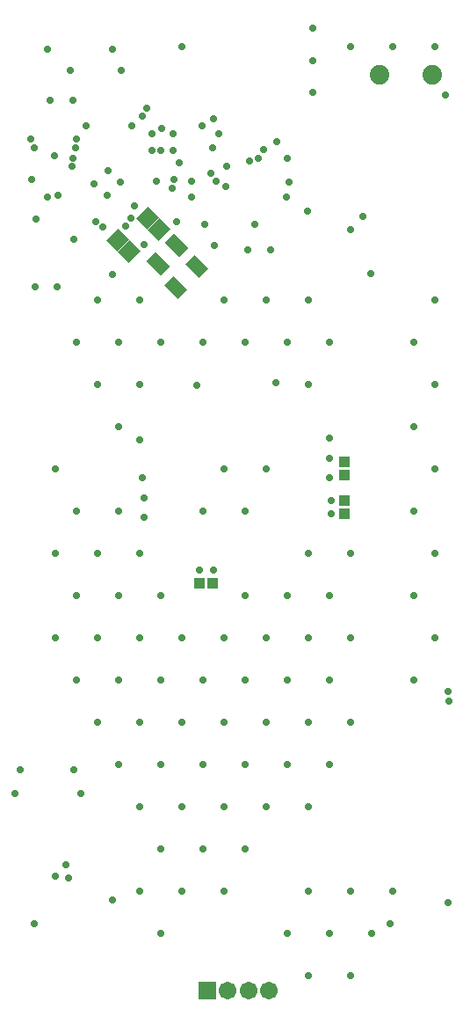
<source format=gbr>
%TF.GenerationSoftware,Altium Limited,Altium Designer,20.2.8 (258)*%
G04 Layer_Color=16711935*
%FSLAX26Y26*%
%MOIN*%
%TF.SameCoordinates,C5A62E15-709C-4439-AAC4-A247E21399B6*%
%TF.FilePolarity,Negative*%
%TF.FileFunction,Soldermask,Bot*%
%TF.Part,Single*%
G01*
G75*
%TA.AperFunction,SMDPad,CuDef*%
G04:AMPARAMS|DCode=60|XSize=65.087mil|YSize=59.181mil|CornerRadius=0mil|HoleSize=0mil|Usage=FLASHONLY|Rotation=225.000|XOffset=0mil|YOffset=0mil|HoleType=Round|Shape=Rectangle|*
%AMROTATEDRECTD60*
4,1,4,0.002088,0.043935,0.043935,0.002088,-0.002088,-0.043935,-0.043935,-0.002088,0.002088,0.043935,0.0*
%
%ADD60ROTATEDRECTD60*%

G04:AMPARAMS|DCode=61|XSize=72.961mil|YSize=51.307mil|CornerRadius=0mil|HoleSize=0mil|Usage=FLASHONLY|Rotation=315.000|XOffset=0mil|YOffset=0mil|HoleType=Round|Shape=Rectangle|*
%AMROTATEDRECTD61*
4,1,4,-0.043935,0.007656,-0.007656,0.043935,0.043935,-0.007656,0.007656,-0.043935,-0.043935,0.007656,0.0*
%
%ADD61ROTATEDRECTD61*%

G04:AMPARAMS|DCode=62|XSize=47.37mil|YSize=78.866mil|CornerRadius=0mil|HoleSize=0mil|Usage=FLASHONLY|Rotation=225.000|XOffset=0mil|YOffset=0mil|HoleType=Round|Shape=Rectangle|*
%AMROTATEDRECTD62*
4,1,4,-0.011136,0.044631,0.044631,-0.011136,0.011136,-0.044631,-0.044631,0.011136,-0.011136,0.044631,0.0*
%
%ADD62ROTATEDRECTD62*%

%ADD63R,0.043433X0.041465*%
%ADD64R,0.041465X0.043433*%
%TA.AperFunction,ComponentPad*%
%ADD65C,0.067055*%
%ADD66R,0.067055X0.067055*%
%ADD67C,0.074142*%
%TA.AperFunction,ViaPad*%
%ADD68C,0.028000*%
D60*
X1708553Y4150309D02*
D03*
X1753095Y4105767D02*
D03*
X1595430Y4067271D02*
D03*
X1639972Y4022729D02*
D03*
D61*
X1895000Y3965015D02*
D03*
X1815659Y3885674D02*
D03*
D62*
X1750201Y3975940D02*
D03*
X1819799Y4045537D02*
D03*
D63*
X2455000Y3225591D02*
D03*
Y3174410D02*
D03*
X2455000Y3029409D02*
D03*
Y3080590D02*
D03*
D64*
X1904409Y2765000D02*
D03*
X1955591D02*
D03*
D65*
X2091870Y1221653D02*
D03*
X2013130D02*
D03*
X2170610D02*
D03*
D66*
X1934390D02*
D03*
D67*
X2590000Y4693740D02*
D03*
X2790000D02*
D03*
D68*
X1340000Y4595000D02*
D03*
X1690000Y4535000D02*
D03*
X1915000Y4500000D02*
D03*
X1960000Y4525000D02*
D03*
X2005000Y4270000D02*
D03*
X1970000Y4290000D02*
D03*
X1424000Y4345000D02*
D03*
X1425000Y4375000D02*
D03*
X1830000Y4360000D02*
D03*
X1961243Y4045072D02*
D03*
X1270000Y4295000D02*
D03*
X2800000Y4800000D02*
D03*
Y3840000D02*
D03*
X2720000Y3680000D02*
D03*
X2800000Y3520000D02*
D03*
X2720000Y3360000D02*
D03*
X2800000Y3200000D02*
D03*
X2720000Y3040000D02*
D03*
X2800000Y2880000D02*
D03*
X2720000Y2720000D02*
D03*
X2800000Y2560000D02*
D03*
X2720000Y2400000D02*
D03*
X2640000Y4800000D02*
D03*
Y1600000D02*
D03*
X2560000Y1440000D02*
D03*
X2480000Y4800000D02*
D03*
X2400000Y3680000D02*
D03*
X2480000Y2880000D02*
D03*
X2400000Y2720000D02*
D03*
X2480000Y2560000D02*
D03*
X2400000Y2400000D02*
D03*
X2480000Y2240000D02*
D03*
X2400000Y2080000D02*
D03*
X2480000Y1600000D02*
D03*
X2400000Y1440000D02*
D03*
X2480000Y1280000D02*
D03*
X2320000Y3840000D02*
D03*
X2240000Y3680000D02*
D03*
X2320000Y3520000D02*
D03*
Y2880000D02*
D03*
X2240000Y2720000D02*
D03*
X2320000Y2560000D02*
D03*
X2240000Y2400000D02*
D03*
X2320000Y2240000D02*
D03*
X2240000Y2080000D02*
D03*
X2320000Y1920000D02*
D03*
Y1600000D02*
D03*
X2240000Y1440000D02*
D03*
X2320000Y1280000D02*
D03*
X2160000Y3840000D02*
D03*
X2080000Y3680000D02*
D03*
X2160000Y3200000D02*
D03*
X2080000Y3040000D02*
D03*
Y2720000D02*
D03*
X2160000Y2560000D02*
D03*
X2080000Y2400000D02*
D03*
X2160000Y2240000D02*
D03*
X2080000Y2080000D02*
D03*
X2160000Y1920000D02*
D03*
X2080000Y1760000D02*
D03*
X2000000Y3840000D02*
D03*
X1920000Y3680000D02*
D03*
X2000000Y3200000D02*
D03*
X1920000Y3040000D02*
D03*
X2000000Y2560000D02*
D03*
X1920000Y2400000D02*
D03*
X2000000Y2240000D02*
D03*
X1920000Y2080000D02*
D03*
X2000000Y1920000D02*
D03*
X1920000Y1760000D02*
D03*
X2000000Y1600000D02*
D03*
X1840000Y4800000D02*
D03*
X1760000Y3680000D02*
D03*
Y2720000D02*
D03*
X1840000Y2560000D02*
D03*
X1760000Y2400000D02*
D03*
X1840000Y2240000D02*
D03*
X1760000Y2080000D02*
D03*
X1840000Y1920000D02*
D03*
X1760000Y1760000D02*
D03*
X1840000Y1600000D02*
D03*
X1760000Y1440000D02*
D03*
X1680000Y3840000D02*
D03*
X1600000Y3680000D02*
D03*
X1680000Y3520000D02*
D03*
X1600000Y3360000D02*
D03*
Y3040000D02*
D03*
X1680000Y2880000D02*
D03*
X1600000Y2720000D02*
D03*
X1680000Y2560000D02*
D03*
X1600000Y2400000D02*
D03*
X1680000Y2240000D02*
D03*
X1600000Y2080000D02*
D03*
X1680000Y1920000D02*
D03*
Y1600000D02*
D03*
X1520000Y3840000D02*
D03*
X1440000Y3680000D02*
D03*
X1520000Y3520000D02*
D03*
X1440000Y3040000D02*
D03*
X1520000Y2880000D02*
D03*
X1440000Y2720000D02*
D03*
X1520000Y2560000D02*
D03*
X1440000Y2400000D02*
D03*
X1520000Y2240000D02*
D03*
X1360000Y3200000D02*
D03*
Y2880000D02*
D03*
Y2560000D02*
D03*
X2850000Y2355000D02*
D03*
X2851181Y2319410D02*
D03*
X1705000Y4565000D02*
D03*
X1695000Y4050000D02*
D03*
X1625000Y4120000D02*
D03*
X1645000Y4150000D02*
D03*
X1762500Y4487500D02*
D03*
X1875000Y4230000D02*
D03*
Y4290000D02*
D03*
X1810000Y4295000D02*
D03*
X1802061Y4262060D02*
D03*
X1820000Y4135000D02*
D03*
X2850000Y1555000D02*
D03*
X1743358Y4288358D02*
D03*
X1575000Y1565000D02*
D03*
X1280000Y1475000D02*
D03*
X2630000D02*
D03*
X1660000Y4195000D02*
D03*
X1285000Y4145000D02*
D03*
X1540000Y4115000D02*
D03*
X1513162Y4135726D02*
D03*
X1410000Y1650000D02*
D03*
X1360000Y1655000D02*
D03*
X1330000Y4230000D02*
D03*
X1370000Y4235000D02*
D03*
X1455000Y1970000D02*
D03*
X1205000D02*
D03*
X1400000Y1700000D02*
D03*
X1225000Y2060000D02*
D03*
X1430000D02*
D03*
X2555000Y3940000D02*
D03*
X2480000Y4105000D02*
D03*
X2400224Y3164307D02*
D03*
X2400040Y3239961D02*
D03*
X1680000Y3310000D02*
D03*
X1895000Y3515000D02*
D03*
X2195000Y3525000D02*
D03*
X2405000Y3080000D02*
D03*
X1283835Y3890000D02*
D03*
X1695000Y3090000D02*
D03*
X1365000Y3890000D02*
D03*
X1690000Y3165000D02*
D03*
X2090000Y4030000D02*
D03*
X2175000D02*
D03*
X2315000Y4175000D02*
D03*
X2525000Y4155000D02*
D03*
X1905000Y2815000D02*
D03*
X1960000D02*
D03*
X2405000Y3030000D02*
D03*
X1695000Y3015000D02*
D03*
X2400000Y3315000D02*
D03*
X1265000Y4450000D02*
D03*
X1280000Y4415000D02*
D03*
X1435000D02*
D03*
X1440000Y4450000D02*
D03*
X2245000Y4285000D02*
D03*
X1955000Y4415000D02*
D03*
X1980000Y4470000D02*
D03*
X2150000Y4410000D02*
D03*
X2200000Y4440000D02*
D03*
X2240000Y4375000D02*
D03*
X2840000Y4615000D02*
D03*
X2235000Y4230000D02*
D03*
X2335000Y4625000D02*
D03*
Y4745000D02*
D03*
Y4870000D02*
D03*
X1805000Y4470000D02*
D03*
Y4405000D02*
D03*
X1760000D02*
D03*
X1725000Y4470000D02*
D03*
Y4405000D02*
D03*
X1950000Y4320000D02*
D03*
X2010000Y4345000D02*
D03*
X2095000Y4365000D02*
D03*
X1355000Y4385000D02*
D03*
X2130000Y4375000D02*
D03*
X1925000Y4125000D02*
D03*
X2115000D02*
D03*
X1475000Y4500000D02*
D03*
X1650000D02*
D03*
X1575000Y3935000D02*
D03*
X1430000Y4070000D02*
D03*
X1555000Y4235000D02*
D03*
X1505000Y4280000D02*
D03*
X1605000Y4285000D02*
D03*
X1560000Y4330000D02*
D03*
X1415000Y4710000D02*
D03*
X1610000Y4709882D02*
D03*
X1330000Y4790000D02*
D03*
X1575000D02*
D03*
X1425000Y4595000D02*
D03*
%TF.MD5,3aae2b82aab04cfc001fc031c805cf25*%
M02*

</source>
